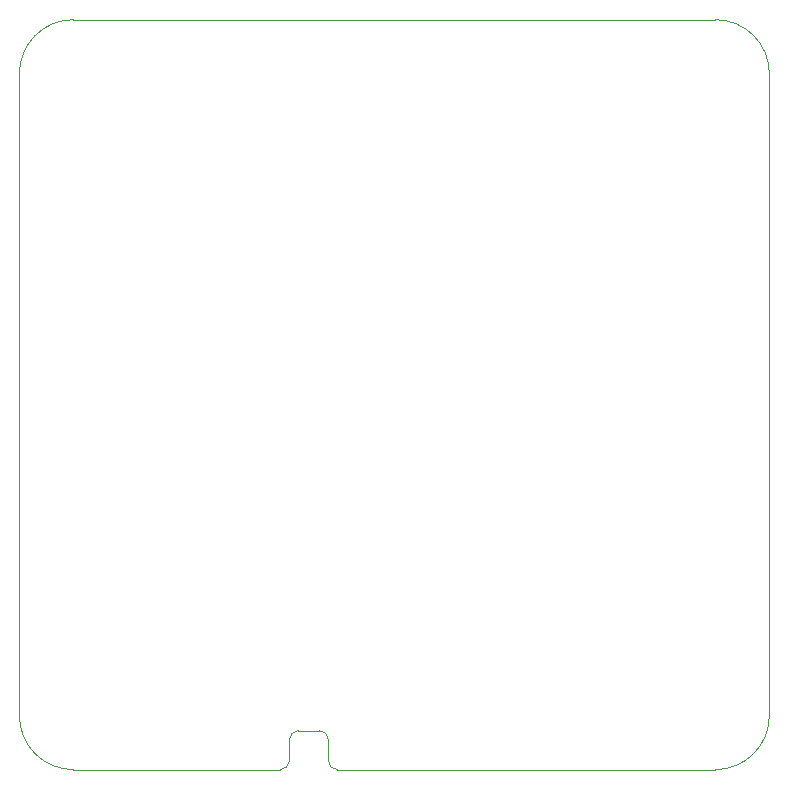
<source format=gbr>
%TF.GenerationSoftware,KiCad,Pcbnew,7.0.7-7.0.7~ubuntu20.04.1*%
%TF.CreationDate,2023-08-17T20:41:33-07:00*%
%TF.ProjectId,IMU-2X,494d552d-3258-42e6-9b69-6361645f7063,1.0*%
%TF.SameCoordinates,Original*%
%TF.FileFunction,Profile,NP*%
%FSLAX46Y46*%
G04 Gerber Fmt 4.6, Leading zero omitted, Abs format (unit mm)*
G04 Created by KiCad (PCBNEW 7.0.7-7.0.7~ubuntu20.04.1) date 2023-08-17 20:41:33*
%MOMM*%
%LPD*%
G01*
G04 APERTURE LIST*
%TA.AperFunction,Profile*%
%ADD10C,0.100000*%
%TD*%
G04 APERTURE END LIST*
D10*
X132841999Y-134112001D02*
X150368000Y-134112000D01*
X151892000Y-130810000D02*
X153670000Y-130810000D01*
X154432000Y-131572000D02*
X154432000Y-133350000D01*
X151892000Y-130810000D02*
G75*
G03*
X151130000Y-131572000I0J-762000D01*
G01*
X132842000Y-70612000D02*
X187198000Y-70612000D01*
X132842000Y-70612000D02*
G75*
G03*
X128270000Y-75184000I0J-4572000D01*
G01*
X187198001Y-134112001D02*
G75*
G03*
X191770001Y-129540001I-1J4572001D01*
G01*
X191770000Y-75184000D02*
G75*
G03*
X187198000Y-70612000I-4572000J0D01*
G01*
X154432000Y-133350000D02*
G75*
G03*
X155194000Y-134112000I762000J0D01*
G01*
X128269999Y-129540001D02*
G75*
G03*
X132841999Y-134112001I4572001J1D01*
G01*
X191770000Y-75184000D02*
X191770001Y-129540001D01*
X151130000Y-131572000D02*
X151130000Y-133350000D01*
X128269999Y-129540001D02*
X128270000Y-75184000D01*
X150368000Y-134112000D02*
G75*
G03*
X151130000Y-133350000I0J762000D01*
G01*
X154432000Y-131572000D02*
G75*
G03*
X153670000Y-130810000I-762000J0D01*
G01*
X187198001Y-134112001D02*
X155194000Y-134112000D01*
M02*

</source>
